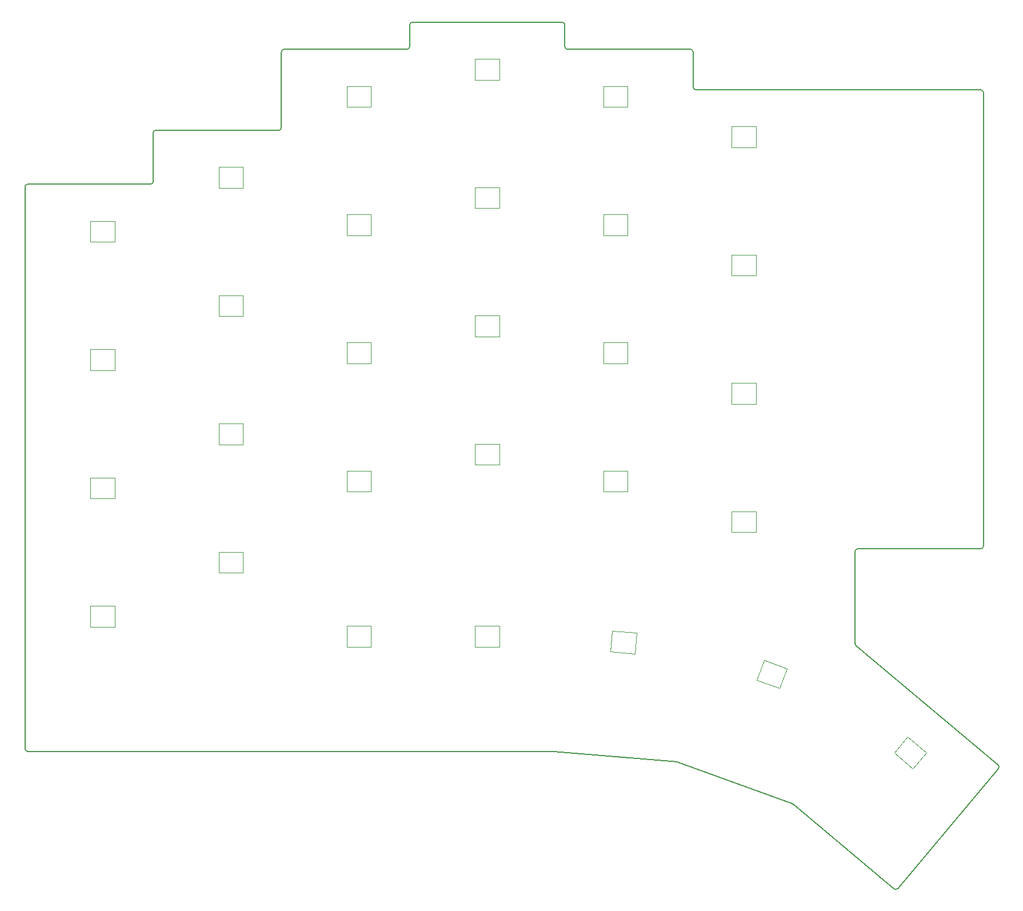
<source format=gbr>
%TF.GenerationSoftware,KiCad,Pcbnew,8.0.4*%
%TF.CreationDate,2024-11-04T19:06:09-07:00*%
%TF.ProjectId,boost58,626f6f73-7435-4382-9e6b-696361645f70,0.1*%
%TF.SameCoordinates,Original*%
%TF.FileFunction,Profile,NP*%
%FSLAX46Y46*%
G04 Gerber Fmt 4.6, Leading zero omitted, Abs format (unit mm)*
G04 Created by KiCad (PCBNEW 8.0.4) date 2024-11-04 19:06:09*
%MOMM*%
%LPD*%
G01*
G04 APERTURE LIST*
%TA.AperFunction,Profile*%
%ADD10C,0.150000*%
%TD*%
%TA.AperFunction,Profile*%
%ADD11C,0.120000*%
%TD*%
G04 APERTURE END LIST*
D10*
X125220317Y-136605531D02*
G75*
G02*
X125322264Y-136628129I-34717J-397869D01*
G01*
X108500000Y-27400000D02*
X108500000Y-30600000D01*
X85500000Y-27400000D02*
G75*
G02*
X85900000Y-27000000I400000J0D01*
G01*
X151642885Y-119336973D02*
X172677892Y-136987439D01*
X125322263Y-136628132D02*
X142192442Y-142768375D01*
X85500000Y-30600000D02*
X85500000Y-27400000D01*
X157814522Y-155323203D02*
X172727195Y-137550972D01*
X157814522Y-155323203D02*
G75*
G02*
X157250984Y-155372511I-306422J257103D01*
G01*
X66500000Y-42600000D02*
X66500000Y-31400000D01*
X85500000Y-30600000D02*
G75*
G02*
X85100000Y-31000000I-400000J0D01*
G01*
X170100000Y-37000000D02*
G75*
G02*
X170500000Y-37400000I0J-400000D01*
G01*
X108100000Y-27000000D02*
G75*
G02*
X108500000Y-27400000I0J-400000D01*
G01*
X28900000Y-135000000D02*
X106851553Y-135000000D01*
X170100000Y-105000000D02*
X151900000Y-105000000D01*
X28900000Y-51000000D02*
X47100000Y-51000000D01*
X106886415Y-135001522D02*
X125220317Y-136605531D01*
X151642885Y-119336973D02*
G75*
G02*
X151499993Y-119030555I257215J306473D01*
G01*
X28500000Y-51400000D02*
G75*
G02*
X28900000Y-51000000I400000J0D01*
G01*
X47500000Y-43400000D02*
G75*
G02*
X47900000Y-43000000I400000J0D01*
G01*
X47500000Y-50600000D02*
X47500000Y-43400000D01*
X172677892Y-136987439D02*
G75*
G02*
X172727145Y-137550930I-256992J-306361D01*
G01*
X28900000Y-135000000D02*
G75*
G02*
X28500000Y-134600000I0J400000D01*
G01*
X127100000Y-31000000D02*
G75*
G02*
X127500000Y-31400000I0J-400000D01*
G01*
X151500000Y-105400000D02*
G75*
G02*
X151900000Y-105000000I400000J0D01*
G01*
X170500000Y-104600000D02*
X170500000Y-37400000D01*
X47500000Y-50600000D02*
G75*
G02*
X47100000Y-51000000I-400000J0D01*
G01*
X85900000Y-27000000D02*
X108100000Y-27000000D01*
X66500000Y-42600000D02*
G75*
G02*
X66100000Y-43000000I-400000J0D01*
G01*
X66500000Y-31400000D02*
G75*
G02*
X66900000Y-31000000I400000J0D01*
G01*
X127900000Y-37000000D02*
X170100000Y-37000000D01*
X151500000Y-119030555D02*
X151500000Y-105400000D01*
X28500000Y-134600000D02*
X28500000Y-51400000D01*
X47900000Y-43000000D02*
X66100000Y-43000000D01*
X108900000Y-31000000D02*
G75*
G02*
X108500000Y-30600000I0J400000D01*
G01*
X127900000Y-37000000D02*
G75*
G02*
X127500000Y-36600000I0J400000D01*
G01*
X106851553Y-135000000D02*
G75*
G02*
X106886415Y-135001526I-153J-402500D01*
G01*
X170500000Y-104600000D02*
G75*
G02*
X170100000Y-105000000I-400000J0D01*
G01*
X108900000Y-31000000D02*
X127100000Y-31000000D01*
X66900000Y-31000000D02*
X85100000Y-31000000D01*
X142312749Y-142837834D02*
X157250990Y-155372506D01*
X127500000Y-31400000D02*
X127500000Y-36600000D01*
X142192442Y-142768375D02*
G75*
G02*
X142312761Y-142837820I-136542J-375525D01*
G01*
%TO.C,L8*%
D11*
X57200000Y-48450000D02*
X60800000Y-48450000D01*
X60800000Y-51550000D01*
X57200000Y-51550000D01*
X57200000Y-48450000D01*
%TO.C,L11*%
X76200000Y-55450000D02*
X79800000Y-55450000D01*
X79800000Y-58550000D01*
X76200000Y-58550000D01*
X76200000Y-55450000D01*
%TO.C,L22*%
X133200000Y-80450000D02*
X136800000Y-80450000D01*
X136800000Y-83550000D01*
X133200000Y-83550000D01*
X133200000Y-80450000D01*
%TO.C,L25*%
X76200000Y-116450000D02*
X79800000Y-116450000D01*
X79800000Y-119550000D01*
X76200000Y-119550000D01*
X76200000Y-116450000D01*
%TO.C,L18*%
X114200000Y-74450000D02*
X117800000Y-74450000D01*
X117800000Y-77550000D01*
X114200000Y-77550000D01*
X114200000Y-74450000D01*
%TO.C,L6*%
X57200000Y-86450000D02*
X60800000Y-86450000D01*
X60800000Y-89550000D01*
X57200000Y-89550000D01*
X57200000Y-86450000D01*
%TO.C,L1*%
X38200000Y-113450000D02*
X41800000Y-113450000D01*
X41800000Y-116550000D01*
X38200000Y-116550000D01*
X38200000Y-113450000D01*
%TO.C,L24*%
X133200000Y-42450000D02*
X136800000Y-42450000D01*
X136800000Y-45550000D01*
X133200000Y-45550000D01*
X133200000Y-42450000D01*
%TO.C,L12*%
X76200000Y-36450000D02*
X79800000Y-36450000D01*
X79800000Y-39550000D01*
X76200000Y-39550000D01*
X76200000Y-36450000D01*
%TO.C,L19*%
X114200000Y-55450000D02*
X117800000Y-55450000D01*
X117800000Y-58550000D01*
X114200000Y-58550000D01*
X114200000Y-55450000D01*
%TO.C,L29*%
X162050501Y-135184449D02*
X160057859Y-137559187D01*
X157300099Y-135245151D01*
X159292741Y-132870413D01*
X162050501Y-135184449D01*
%TO.C,L27*%
X119114142Y-117450479D02*
X118843959Y-120538682D01*
X115257658Y-120224921D01*
X115527841Y-117136718D01*
X119114142Y-117450479D01*
%TO.C,L3*%
X38200000Y-75450000D02*
X41800000Y-75450000D01*
X41800000Y-78550000D01*
X38200000Y-78550000D01*
X38200000Y-75450000D01*
%TO.C,L13*%
X95200000Y-89450000D02*
X98800000Y-89450000D01*
X98800000Y-92550000D01*
X95200000Y-92550000D01*
X95200000Y-89450000D01*
%TO.C,L7*%
X57200000Y-67450000D02*
X60800000Y-67450000D01*
X60800000Y-70550000D01*
X57200000Y-70550000D01*
X57200000Y-67450000D01*
%TO.C,L21*%
X133200000Y-99450000D02*
X136800000Y-99450000D01*
X136800000Y-102550000D01*
X133200000Y-102550000D01*
X133200000Y-99450000D01*
%TO.C,L10*%
X76200000Y-74450000D02*
X79800000Y-74450000D01*
X79800000Y-77550000D01*
X76200000Y-77550000D01*
X76200000Y-74450000D01*
%TO.C,L15*%
X95200000Y-51450000D02*
X98800000Y-51450000D01*
X98800000Y-54550000D01*
X95200000Y-54550000D01*
X95200000Y-51450000D01*
%TO.C,L14*%
X95200000Y-70450000D02*
X98800000Y-70450000D01*
X98800000Y-73550000D01*
X95200000Y-73550000D01*
X95200000Y-70450000D01*
%TO.C,L5*%
X57200000Y-105450000D02*
X60800000Y-105450000D01*
X60800000Y-108550000D01*
X57200000Y-108550000D01*
X57200000Y-105450000D01*
%TO.C,L9*%
X76200000Y-93450000D02*
X79800000Y-93450000D01*
X79800000Y-96550000D01*
X76200000Y-96550000D01*
X76200000Y-93450000D01*
%TO.C,L16*%
X95200000Y-32450000D02*
X98800000Y-32450000D01*
X98800000Y-35550000D01*
X95200000Y-35550000D01*
X95200000Y-32450000D01*
%TO.C,L20*%
X114200000Y-36450000D02*
X117800000Y-36450000D01*
X117800000Y-39550000D01*
X114200000Y-39550000D01*
X114200000Y-36450000D01*
%TO.C,L4*%
X38200000Y-56450000D02*
X41800000Y-56450000D01*
X41800000Y-59550000D01*
X38200000Y-59550000D01*
X38200000Y-56450000D01*
%TO.C,L28*%
X141394778Y-122737513D02*
X140334515Y-125650560D01*
X136951622Y-124419287D01*
X138011885Y-121506240D01*
X141394778Y-122737513D01*
%TO.C,L2*%
X38200000Y-94450000D02*
X41800000Y-94450000D01*
X41800000Y-97550000D01*
X38200000Y-97550000D01*
X38200000Y-94450000D01*
%TO.C,L26*%
X95200000Y-116450000D02*
X98800000Y-116450000D01*
X98800000Y-119550000D01*
X95200000Y-119550000D01*
X95200000Y-116450000D01*
%TO.C,L17*%
X114200000Y-93450000D02*
X117800000Y-93450000D01*
X117800000Y-96550000D01*
X114200000Y-96550000D01*
X114200000Y-93450000D01*
%TO.C,L23*%
X133200000Y-61450000D02*
X136800000Y-61450000D01*
X136800000Y-64550000D01*
X133200000Y-64550000D01*
X133200000Y-61450000D01*
%TD*%
M02*

</source>
